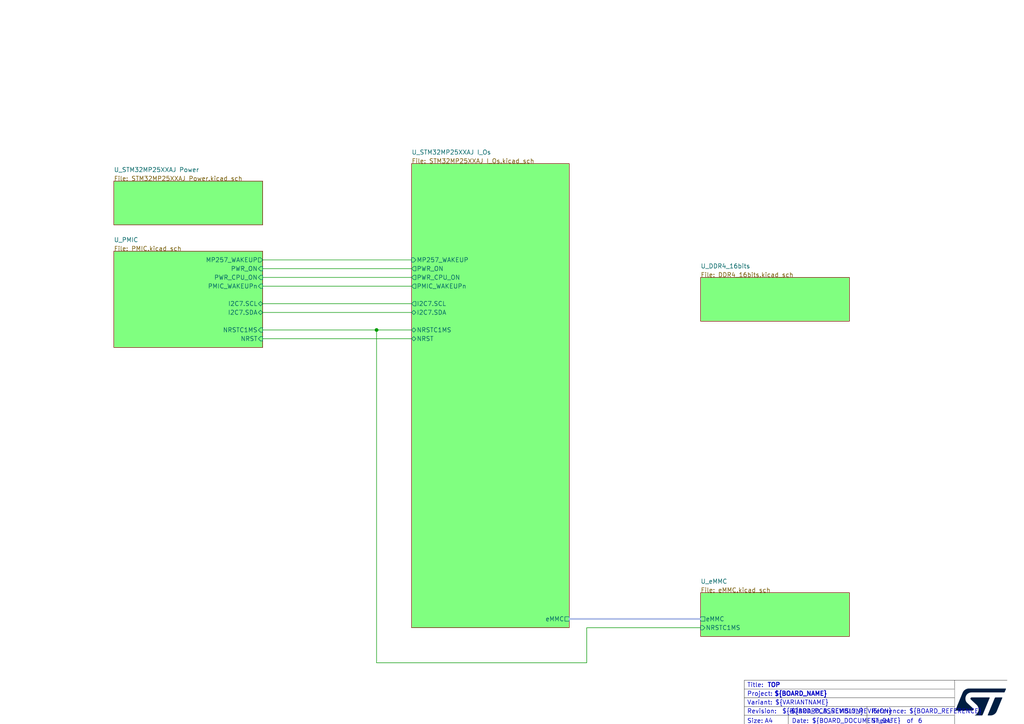
<source format=kicad_sch>
(kicad_sch (version 20250114) (generator "eeschema") (generator_version "9.0")
  (paper "A4")
  (title_block (title "TOP") (date "Not used") (rev "Not used") (company "STMicroelectronics"))
  (lib_symbols)
  (text "Title:" (at 216.662 199.5932 0) (effects (font (size 1.27 1.27)) (justify left bottom)))
  (text "A4" (at 221.742 210.0072 0) (effects (font (size 1.27 1.27)) (justify left bottom)))
  (text "${TITLE}" (at 222.504 199.5932 0) (effects (font (size 1.27 1.27) (thickness 0.254) (bold yes)) (justify left bottom)))
  (text "Variant:" (at 216.662 204.6732 0) (effects (font (size 1.27 1.27)) (justify left bottom)))
  (text "${BOARD_NAME}" (at 224.536 202.1332 0) (effects (font (size 1.27 1.27) (thickness 0.254) (bold yes)) (justify left bottom)))
  (text "Sheet:" (at 252.73 210.0072 0) (effects (font (size 1.27 1.27)) (justify left bottom)))
  (text "${#}" (at 259.588 210.0072 0) (effects (font (size 1.27 1.27)) (justify left bottom)))
  (text "${BOARD_DOCUMENT_DATE}" (at 235.458 210.0072 0) (effects (font (size 1.27 1.27)) (justify left bottom)))
  (text "${BOARD_ASSEMBLY_REVISION}" (at 229.362 207.2132 0) (effects (font (size 1.27 1.27)) (justify left bottom)))
  (text "${BOARD_REFERENCE}" (at 263.652 207.2132 0) (effects (font (size 1.27 1.27)) (justify left bottom)))
  (text "-" (at 228.6 207.2132 0) (effects (font (size 1.27 1.27)) (justify left bottom)))
  (text "Date:" (at 229.616 210.0072 0) (effects (font (size 1.27 1.27)) (justify left bottom)))
  (text "Reference:" (at 252.73 207.2132 0) (effects (font (size 1.27 1.27)) (justify left bottom)))
  (text "Revision:" (at 216.662 207.2132 0) (effects (font (size 1.27 1.27)) (justify left bottom)))
  (text "of" (at 262.89 210.0072 0) (effects (font (size 1.27 1.27)) (justify left bottom)))
  (text "${BOARD_PCB_REVISION}" (at 226.822 207.2132 0) (effects (font (size 1.27 1.27)) (justify left bottom)))
  (text "Size:" (at 216.662 210.0072 0) (effects (font (size 1.27 1.27)) (justify left bottom)))
  (text "${##}" (at 266.192 210.0072 0) (effects (font (size 1.27 1.27)) (justify left bottom)))
  (text "Project:" (at 216.662 202.1332 0) (effects (font (size 1.27 1.27)) (justify left bottom)))
  (text "${VARIANTNAME}" (at 224.79 204.6732 0) (effects (font (size 1.27 1.27)) (justify left bottom)))
  (junction (at 109.22 95.7072))
  (wire (pts (xy 170.18 192.2272) (xy 170.18 182.0672)))
  (wire (pts (xy 76.2 90.6272) (xy 119.38 90.6272)))
  (polyline (pts (xy 215.9 197.3072) (xy 215.9 210.0072)) (stroke (width 0.0254) (type solid) (color 0 0 0 1)))
  (wire (pts (xy 119.38 88.0872) (xy 76.2 88.0872)))
  (wire (pts (xy 119.38 98.2472) (xy 76.2 98.2472)))
  (polyline (pts (xy 215.9 202.3872) (xy 276.86 202.3872)) (stroke (width 0.0254) (type solid) (color 0 0 0 1)))
  (polyline (pts (xy 292.1 197.3072) (xy 215.9 197.3072)) (stroke (width 0.0254) (type solid) (color 0 0 0 1)))
  (polyline (pts (xy 251.46 204.9272) (xy 251.46 210.0072)) (stroke (width 0.0254) (type solid) (color 0 0 0 1)))
  (wire (pts (xy 76.2 80.4672) (xy 119.38 80.4672)))
  (wire (pts (xy 76.2 77.9272) (xy 119.38 77.9272)))
  (polyline (pts (xy 228.6 207.4672) (xy 228.6 210.0072)) (stroke (width 0.0254) (type solid) (color 0 0 0 1)))
  (wire (pts (xy 170.18 182.0672) (xy 203.2 182.0672)))
  (polyline (pts (xy 276.86 197.3072) (xy 276.86 210.0072)) (stroke (width 0.0254) (type solid) (color 0 0 0 1)))
  (wire (pts (xy 76.2 95.7072) (xy 109.22 95.7072)))
  (wire (pts (xy 109.22 95.7072) (xy 119.38 95.7072)))
  (bus (pts (xy 165.1 179.5272) (xy 203.2 179.5272)) (stroke (width 0.508) (color 173 188 231 1)))
  (wire (pts (xy 76.2 83.0072) (xy 119.38 83.0072)))
  (polyline (pts (xy 215.9 207.4672) (xy 276.86 207.4672)) (stroke (width 0.0254) (type solid) (color 0 0 0 1)))
  (wire (pts (xy 76.2 75.3872) (xy 119.38 75.3872)))
  (polyline (pts (xy 276.86 199.8472) (xy 215.9 199.8472)) (stroke (width 0.0254) (type solid) (color 0 0 0 1)))
  (polyline (pts (xy 215.9 204.9272) (xy 276.86 204.9272)) (stroke (width 0.0254) (type solid) (color 0 0 0 1)))
  (wire (pts (xy 109.22 95.7072) (xy 109.22 192.2272)))
  (wire (pts (xy 109.22 192.2272) (xy 170.18 192.2272)))
  (image (at 284.442 203.6397) (scale 0.0686606))
  (sheet (at 119.38 47.4472) (size 45.72 134.62) (stroke (width 0) (color 128 0 0 1)) (fill (color 128 255 128 1.0000))
    (property "Sheetname" "U_STM32MP25XXAJ I_Os" (at 119.38 44.9072 0) (effects (justify left bottom)))
    (property "Sheetfile" "STM32MP25XXAJ I_Os.kicad_sch" (at 119.38 47.4472 0) (effects (justify left bottom)))
    (pin "NRST" bidirectional (at 119.38 98.2472 180))
    (pin "PWR_ON" output (at 119.38 77.9272 180))
    (pin "NRSTC1MS" bidirectional (at 119.38 95.7072 180))
    (pin "I2C7.SDA" bidirectional (at 119.38 90.6272 180))
    (pin "I2C7.SCL" output (at 119.38 88.0872 180))
    (pin "PWR_CPU_ON" output (at 119.38 80.4672 180))
    (pin "MP257_WAKEUP" input (at 119.38 75.3872 180))
    (pin "PMIC_WAKEUPn" output (at 119.38 83.0072 180))
    (pin "eMMC" passive (at 165.1 179.5272 0))
  )
  (sheet (at 203.2 80.4672) (size 43.18 12.7) (stroke (width 0) (color 128 0 0 1)) (fill (color 128 255 128 1.0000))
    (property "Sheetname" "U_DDR4_16bits" (at 203.2 77.9272 0) (effects (justify left bottom)))
    (property "Sheetfile" "DDR4_16bits.kicad_sch" (at 203.2 80.4672 0) (effects (justify left bottom)))
  )
  (sheet (at 33.02 52.5272) (size 43.18 12.7) (stroke (width 0) (color 128 0 0 1)) (fill (color 128 255 128 1.0000))
    (property "Sheetname" "U_STM32MP25XXAJ Power" (at 33.02 49.9872 0) (effects (justify left bottom)))
    (property "Sheetfile" "STM32MP25XXAJ Power.kicad_sch" (at 33.02 52.5272 0) (effects (justify left bottom)))
  )
  (sheet (at 33.02 72.8472) (size 43.18 27.94) (stroke (width 0) (color 128 0 0 1)) (fill (color 128 255 128 1.0000))
    (property "Sheetname" "U_PMIC" (at 33.02 70.3072 0) (effects (justify left bottom)))
    (property "Sheetfile" "PMIC.kicad_sch" (at 33.02 72.8472 0) (effects (justify left bottom)))
    (pin "PMIC_WAKEUPn" input (at 76.2 83.0072 0))
    (pin "NRST" input (at 76.2 98.2472 0))
    (pin "I2C7.SCL" bidirectional (at 76.2 88.0872 0))
    (pin "PWR_ON" input (at 76.2 77.9272 0))
    (pin "PWR_CPU_ON" input (at 76.2 80.4672 0))
    (pin "NRSTC1MS" input (at 76.2 95.7072 0))
    (pin "I2C7.SDA" bidirectional (at 76.2 90.6272 0))
    (pin "MP257_WAKEUP" output (at 76.2 75.3872 0))
  )
  (sheet (at 203.2 171.9072) (size 43.18 12.7) (stroke (width 0) (color 128 0 0 1)) (fill (color 128 255 128 1.0000))
    (property "Sheetname" "U_eMMC" (at 203.2 169.3672 0) (effects (justify left bottom)))
    (property "Sheetfile" "eMMC.kicad_sch" (at 203.2 171.9072 0) (effects (justify left bottom)))
    (pin "eMMC" passive (at 203.2 179.5272 180))
    (pin "NRSTC1MS" input (at 203.2 182.0672 180))
  )
)
</source>
